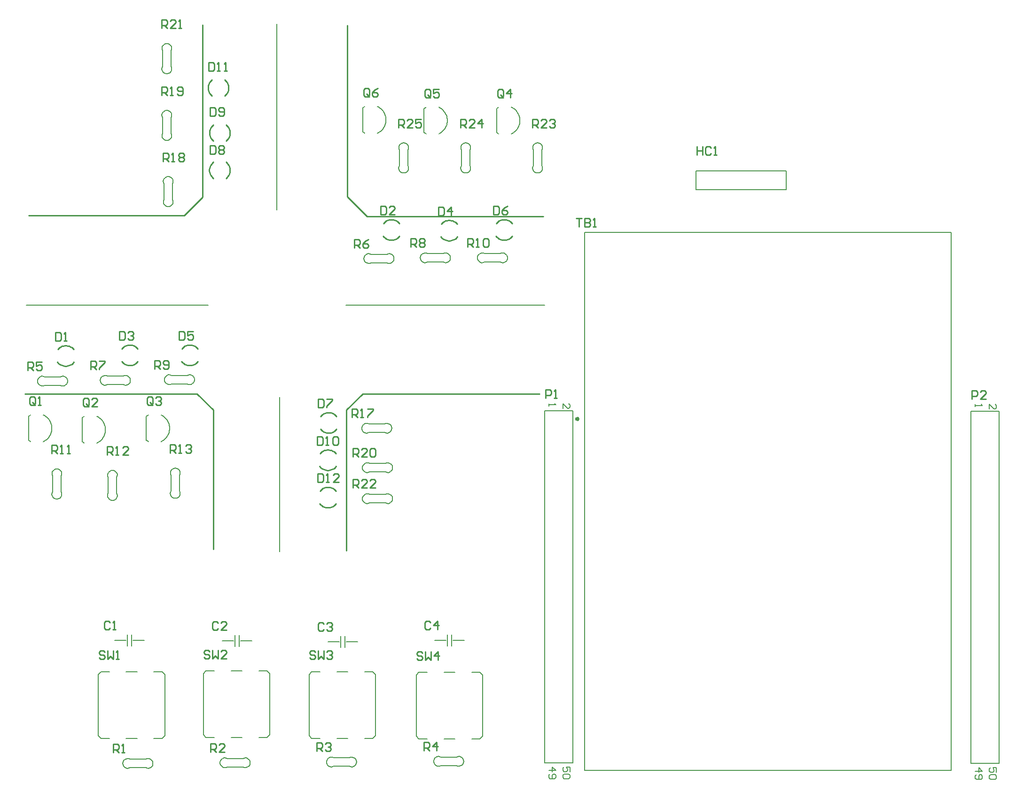
<source format=gto>
G04 Layer_Color=65535*
%FSLAX44Y44*%
%MOMM*%
G71*
G01*
G75*
%ADD24C,0.2032*%
%ADD25C,0.2540*%
%ADD26C,0.4000*%
%ADD27C,0.2000*%
%ADD28C,0.1270*%
D24*
X594360Y30480D02*
X596786Y29552D01*
X599377Y29377D01*
X601906Y29970D01*
X604149Y31279D01*
X605910Y33189D01*
X607032Y35531D01*
X607417Y38100D01*
X607032Y40669D01*
X605910Y43011D01*
X604149Y44921D01*
X601906Y46230D01*
X599377Y46823D01*
X596786Y46648D01*
X594360Y45720D01*
X566420D02*
X564142Y46651D01*
X561696Y46917D01*
X559272Y46497D01*
X557057Y45424D01*
X555226Y43781D01*
X553919Y41695D01*
X553240Y39330D01*
Y36870D01*
X553919Y34505D01*
X555226Y32419D01*
X557057Y30776D01*
X559272Y29703D01*
X561696Y29283D01*
X564142Y29549D01*
X566420Y30480D01*
X787400Y31750D02*
X789826Y30822D01*
X792417Y30647D01*
X794946Y31240D01*
X797189Y32549D01*
X798950Y34459D01*
X800072Y36801D01*
X800458Y39370D01*
X800072Y41939D01*
X798950Y44281D01*
X797189Y46191D01*
X794946Y47500D01*
X792417Y48093D01*
X789826Y47918D01*
X787400Y46990D01*
X759460D02*
X757182Y47921D01*
X754736Y48187D01*
X752311Y47767D01*
X750097Y46694D01*
X748266Y45051D01*
X746959Y42965D01*
X746280Y40600D01*
Y38140D01*
X746959Y35775D01*
X748266Y33689D01*
X750097Y32046D01*
X752311Y30973D01*
X754736Y30553D01*
X757182Y30819D01*
X759460Y31750D01*
X199390Y43180D02*
X196964Y44108D01*
X194373Y44283D01*
X191844Y43690D01*
X189601Y42381D01*
X187840Y40471D01*
X186718Y38129D01*
X186332Y35560D01*
X186718Y32991D01*
X187840Y30649D01*
X189601Y28739D01*
X191844Y27430D01*
X194373Y26837D01*
X196964Y27012D01*
X199390Y27940D01*
X227330D02*
X229608Y27009D01*
X232054Y26743D01*
X234478Y27163D01*
X236693Y28236D01*
X238524Y29879D01*
X239831Y31965D01*
X240511Y34330D01*
Y36790D01*
X239831Y39155D01*
X238524Y41241D01*
X236693Y42884D01*
X234478Y43957D01*
X232054Y44377D01*
X229608Y44111D01*
X227330Y43180D01*
X402590Y29210D02*
X405016Y28282D01*
X407607Y28107D01*
X410136Y28700D01*
X412379Y30009D01*
X414140Y31919D01*
X415262Y34261D01*
X415648Y36830D01*
X415262Y39399D01*
X414140Y41741D01*
X412379Y43651D01*
X410136Y44960D01*
X407607Y45553D01*
X405016Y45378D01*
X402590Y44450D01*
X374650D02*
X372372Y45381D01*
X369926Y45647D01*
X367501Y45227D01*
X365287Y44154D01*
X363456Y42511D01*
X362149Y40425D01*
X361469Y38060D01*
Y35600D01*
X362149Y33235D01*
X363456Y31149D01*
X365287Y29506D01*
X367501Y28433D01*
X369926Y28013D01*
X372372Y28279D01*
X374650Y29210D01*
X886436Y1170990D02*
X888647Y1172168D01*
X890737Y1173547D01*
X892689Y1175117D01*
X894484Y1176864D01*
X896108Y1178771D01*
X897545Y1180822D01*
X898783Y1182999D01*
X899812Y1185283D01*
X900621Y1187653D01*
X901205Y1190088D01*
X901557Y1192568D01*
X901675Y1195070D01*
X901557Y1197572D01*
X901205Y1200051D01*
X900621Y1202487D01*
X899812Y1204857D01*
X898783Y1207141D01*
X897545Y1209318D01*
X896108Y1211369D01*
X894484Y1213276D01*
X892689Y1215023D01*
X890737Y1216593D01*
X888647Y1217972D01*
X886436Y1219150D01*
X859665Y1173302D02*
X861594Y1172061D01*
X863624Y1170990D01*
Y1219150D02*
X861594Y1218079D01*
X859665Y1216838D01*
X755626Y1170990D02*
X757837Y1172168D01*
X759927Y1173547D01*
X761879Y1175117D01*
X763674Y1176864D01*
X765298Y1178771D01*
X766735Y1180822D01*
X767973Y1182999D01*
X769002Y1185283D01*
X769811Y1187653D01*
X770395Y1190088D01*
X770747Y1192568D01*
X770865Y1195070D01*
X770747Y1197572D01*
X770395Y1200051D01*
X769811Y1202487D01*
X769002Y1204857D01*
X767973Y1207141D01*
X766735Y1209318D01*
X765298Y1211369D01*
X763674Y1213276D01*
X761879Y1215023D01*
X759927Y1216593D01*
X757837Y1217972D01*
X755626Y1219150D01*
X728855Y1173302D02*
X730784Y1172061D01*
X732814Y1170990D01*
Y1219150D02*
X730784Y1218079D01*
X728855Y1216838D01*
X645136Y1172260D02*
X647347Y1173438D01*
X649437Y1174817D01*
X651389Y1176387D01*
X653184Y1178134D01*
X654808Y1180041D01*
X656245Y1182092D01*
X657483Y1184269D01*
X658512Y1186553D01*
X659321Y1188923D01*
X659905Y1191358D01*
X660257Y1193838D01*
X660375Y1196340D01*
X660257Y1198842D01*
X659905Y1201321D01*
X659321Y1203757D01*
X658512Y1206127D01*
X657483Y1208411D01*
X656245Y1210588D01*
X654808Y1212639D01*
X653184Y1214546D01*
X651389Y1216293D01*
X649437Y1217863D01*
X647347Y1219242D01*
X645136Y1220420D01*
X618364Y1174572D02*
X620294Y1173331D01*
X622324Y1172260D01*
Y1220420D02*
X620294Y1219349D01*
X618364Y1218108D01*
X941070Y1141730D02*
X941998Y1144156D01*
X942173Y1146747D01*
X941580Y1149276D01*
X940271Y1151519D01*
X938361Y1153280D01*
X936019Y1154402D01*
X933450Y1154788D01*
X930881Y1154402D01*
X928539Y1153280D01*
X926629Y1151519D01*
X925320Y1149276D01*
X924727Y1146747D01*
X924902Y1144156D01*
X925830Y1141730D01*
Y1113790D02*
X924899Y1111512D01*
X924633Y1109066D01*
X925053Y1106641D01*
X926126Y1104427D01*
X927769Y1102596D01*
X929855Y1101289D01*
X932220Y1100610D01*
X934680D01*
X937045Y1101289D01*
X939131Y1102596D01*
X940774Y1104427D01*
X941847Y1106641D01*
X942267Y1109066D01*
X942001Y1111512D01*
X941070Y1113790D01*
X811530Y1141730D02*
X812458Y1144156D01*
X812633Y1146747D01*
X812040Y1149276D01*
X810731Y1151519D01*
X808821Y1153280D01*
X806479Y1154402D01*
X803910Y1154788D01*
X801341Y1154402D01*
X798999Y1153280D01*
X797089Y1151519D01*
X795780Y1149276D01*
X795187Y1146747D01*
X795362Y1144156D01*
X796290Y1141730D01*
Y1113790D02*
X795359Y1111512D01*
X795093Y1109066D01*
X795513Y1106641D01*
X796586Y1104427D01*
X798229Y1102596D01*
X800315Y1101289D01*
X802680Y1100610D01*
X805140D01*
X807505Y1101289D01*
X809591Y1102596D01*
X811234Y1104427D01*
X812307Y1106641D01*
X812727Y1109066D01*
X812461Y1111512D01*
X811530Y1113790D01*
X699770Y1141730D02*
X700698Y1144156D01*
X700873Y1146747D01*
X700280Y1149276D01*
X698971Y1151519D01*
X697061Y1153280D01*
X694719Y1154402D01*
X692150Y1154788D01*
X689581Y1154402D01*
X687239Y1153280D01*
X685329Y1151519D01*
X684020Y1149276D01*
X683427Y1146747D01*
X683602Y1144156D01*
X684530Y1141730D01*
Y1113790D02*
X683599Y1111512D01*
X683333Y1109066D01*
X683753Y1106641D01*
X684826Y1104427D01*
X686469Y1102596D01*
X688555Y1101289D01*
X690920Y1100610D01*
X693380D01*
X695745Y1101289D01*
X697831Y1102596D01*
X699474Y1104427D01*
X700547Y1106641D01*
X700967Y1109066D01*
X700701Y1111512D01*
X699770Y1113790D01*
X657860Y632460D02*
X660286Y631532D01*
X662877Y631357D01*
X665406Y631950D01*
X667649Y633259D01*
X669410Y635169D01*
X670532Y637511D01*
X670918Y640080D01*
X670532Y642649D01*
X669410Y644991D01*
X667649Y646901D01*
X665406Y648210D01*
X662877Y648803D01*
X660286Y648628D01*
X657860Y647700D01*
X629920D02*
X627642Y648631D01*
X625196Y648897D01*
X622771Y648477D01*
X620557Y647404D01*
X618726Y645761D01*
X617419Y643675D01*
X616740Y641310D01*
Y638850D01*
X617419Y636485D01*
X618726Y634399D01*
X620557Y632756D01*
X622771Y631683D01*
X625196Y631263D01*
X627642Y631529D01*
X629920Y632460D01*
X260350Y1052830D02*
X259422Y1050404D01*
X259247Y1047813D01*
X259840Y1045284D01*
X261149Y1043041D01*
X263059Y1041280D01*
X265401Y1040158D01*
X267970Y1039772D01*
X270539Y1040158D01*
X272881Y1041280D01*
X274791Y1043041D01*
X276100Y1045284D01*
X276693Y1047813D01*
X276518Y1050404D01*
X275590Y1052830D01*
Y1080770D02*
X276521Y1083048D01*
X276787Y1085494D01*
X276367Y1087918D01*
X275294Y1090133D01*
X273651Y1091964D01*
X271565Y1093271D01*
X269200Y1093951D01*
X266740Y1093951D01*
X264375Y1093271D01*
X262290Y1091964D01*
X260646Y1090133D01*
X259573Y1087918D01*
X259153Y1085494D01*
X259419Y1083048D01*
X260350Y1080770D01*
X257810Y1172210D02*
X256882Y1169784D01*
X256707Y1167193D01*
X257300Y1164664D01*
X258609Y1162421D01*
X260519Y1160660D01*
X262861Y1159538D01*
X265430Y1159153D01*
X267999Y1159538D01*
X270341Y1160660D01*
X272251Y1162421D01*
X273560Y1164664D01*
X274153Y1167193D01*
X273978Y1169784D01*
X273050Y1172210D01*
Y1200150D02*
X273981Y1202428D01*
X274247Y1204874D01*
X273827Y1207299D01*
X272754Y1209513D01*
X271111Y1211344D01*
X269025Y1212651D01*
X266660Y1213331D01*
X264200Y1213331D01*
X261835Y1212651D01*
X259750Y1211344D01*
X258106Y1209513D01*
X257033Y1207299D01*
X256613Y1204874D01*
X256879Y1202428D01*
X257810Y1200150D01*
X659130Y561340D02*
X661556Y560412D01*
X664147Y560237D01*
X666676Y560830D01*
X668919Y562139D01*
X670680Y564049D01*
X671802Y566391D01*
X672188Y568960D01*
X671802Y571529D01*
X670680Y573871D01*
X668919Y575781D01*
X666676Y577090D01*
X664147Y577683D01*
X661556Y577508D01*
X659130Y576580D01*
X631190D02*
X628912Y577511D01*
X626466Y577777D01*
X624041Y577357D01*
X621827Y576284D01*
X619996Y574641D01*
X618689Y572555D01*
X618009Y570190D01*
Y567730D01*
X618689Y565365D01*
X619996Y563279D01*
X621827Y561636D01*
X624041Y560563D01*
X626466Y560143D01*
X628912Y560409D01*
X631190Y561340D01*
X273050Y1320800D02*
X273978Y1323226D01*
X274153Y1325817D01*
X273560Y1328346D01*
X272251Y1330589D01*
X270341Y1332350D01*
X267999Y1333472D01*
X265430Y1333858D01*
X262861Y1333472D01*
X260519Y1332350D01*
X258609Y1330589D01*
X257300Y1328346D01*
X256707Y1325817D01*
X256882Y1323226D01*
X257810Y1320800D01*
Y1292860D02*
X256879Y1290582D01*
X256613Y1288136D01*
X257033Y1285712D01*
X258106Y1283497D01*
X259749Y1281666D01*
X261835Y1280359D01*
X264200Y1279679D01*
X266660D01*
X269025Y1280359D01*
X271111Y1281666D01*
X272754Y1283497D01*
X273827Y1285712D01*
X274247Y1288136D01*
X273981Y1290582D01*
X273050Y1292860D01*
X659130Y505460D02*
X661556Y504532D01*
X664147Y504357D01*
X666676Y504950D01*
X668919Y506259D01*
X670680Y508169D01*
X671802Y510511D01*
X672188Y513080D01*
X671802Y515649D01*
X670680Y517991D01*
X668919Y519901D01*
X666676Y521210D01*
X664147Y521803D01*
X661556Y521628D01*
X659130Y520700D01*
X631190D02*
X628912Y521631D01*
X626466Y521897D01*
X624041Y521477D01*
X621827Y520404D01*
X619996Y518761D01*
X618689Y516675D01*
X618009Y514310D01*
Y511850D01*
X618689Y509485D01*
X619996Y507399D01*
X621827Y505756D01*
X624041Y504683D01*
X626466Y504263D01*
X628912Y504529D01*
X631190Y505460D01*
X43156Y616000D02*
X45367Y617178D01*
X47457Y618557D01*
X49409Y620127D01*
X51204Y621874D01*
X52828Y623781D01*
X54265Y625832D01*
X55503Y628009D01*
X56532Y630293D01*
X57341Y632663D01*
X57925Y635098D01*
X58277Y637578D01*
X58395Y640080D01*
X58277Y642582D01*
X57925Y645061D01*
X57341Y647497D01*
X56532Y649867D01*
X55503Y652151D01*
X54265Y654328D01*
X52828Y656379D01*
X51204Y658286D01*
X49409Y660033D01*
X47457Y661603D01*
X45367Y662982D01*
X43156Y664160D01*
X16385Y618312D02*
X18314Y617071D01*
X20344Y616000D01*
Y664160D02*
X18314Y663089D01*
X16385Y661848D01*
X139676Y613460D02*
X141887Y614638D01*
X143977Y616017D01*
X145929Y617587D01*
X147724Y619334D01*
X149348Y621241D01*
X150785Y623292D01*
X152023Y625469D01*
X153052Y627752D01*
X153861Y630123D01*
X154445Y632558D01*
X154797Y635038D01*
X154915Y637540D01*
X154797Y640042D01*
X154445Y642522D01*
X153861Y644957D01*
X153052Y647327D01*
X152023Y649611D01*
X150785Y651788D01*
X149348Y653839D01*
X147724Y655746D01*
X145929Y657493D01*
X143977Y659063D01*
X141887Y660442D01*
X139676Y661620D01*
X112905Y615772D02*
X114834Y614531D01*
X116864Y613460D01*
Y661620D02*
X114834Y660549D01*
X112905Y659308D01*
X255246Y616000D02*
X257457Y617178D01*
X259547Y618557D01*
X261499Y620127D01*
X263294Y621874D01*
X264918Y623781D01*
X266355Y625832D01*
X267593Y628009D01*
X268622Y630293D01*
X269431Y632663D01*
X270015Y635098D01*
X270367Y637578D01*
X270485Y640080D01*
X270367Y642582D01*
X270015Y645061D01*
X269431Y647497D01*
X268622Y649867D01*
X267593Y652151D01*
X266355Y654328D01*
X264918Y656379D01*
X263294Y658286D01*
X261499Y660033D01*
X259547Y661603D01*
X257457Y662982D01*
X255246Y664160D01*
X228475Y618312D02*
X230404Y617071D01*
X232434Y616000D01*
Y664160D02*
X230404Y663089D01*
X228475Y661848D01*
X74930Y553720D02*
X75858Y556146D01*
X76033Y558737D01*
X75440Y561266D01*
X74131Y563509D01*
X72221Y565270D01*
X69879Y566392D01*
X67310Y566777D01*
X64741Y566392D01*
X62399Y565270D01*
X60489Y563509D01*
X59180Y561266D01*
X58587Y558737D01*
X58762Y556146D01*
X59690Y553720D01*
Y525780D02*
X58759Y523502D01*
X58493Y521056D01*
X58913Y518632D01*
X59986Y516417D01*
X61629Y514586D01*
X63715Y513279D01*
X66080Y512599D01*
X68540D01*
X70905Y513279D01*
X72991Y514586D01*
X74634Y516417D01*
X75707Y518632D01*
X76127Y521056D01*
X75861Y523502D01*
X74930Y525780D01*
X175260Y551180D02*
X176188Y553606D01*
X176363Y556197D01*
X175770Y558726D01*
X174461Y560969D01*
X172551Y562730D01*
X170209Y563852D01*
X167640Y564238D01*
X165071Y563852D01*
X162729Y562730D01*
X160819Y560969D01*
X159510Y558726D01*
X158917Y556197D01*
X159092Y553606D01*
X160020Y551180D01*
Y523240D02*
X159089Y520962D01*
X158823Y518516D01*
X159243Y516091D01*
X160316Y513877D01*
X161959Y512046D01*
X164045Y510739D01*
X166410Y510060D01*
X168870D01*
X171235Y510739D01*
X173321Y512046D01*
X174964Y513877D01*
X176037Y516091D01*
X176457Y518516D01*
X176191Y520962D01*
X175260Y523240D01*
X288290Y554990D02*
X289218Y557416D01*
X289393Y560007D01*
X288800Y562536D01*
X287491Y564779D01*
X285581Y566540D01*
X283239Y567662D01*
X280670Y568047D01*
X278101Y567662D01*
X275759Y566540D01*
X273849Y564779D01*
X272540Y562536D01*
X271947Y560007D01*
X272122Y557416D01*
X273050Y554990D01*
Y527050D02*
X272119Y524772D01*
X271853Y522326D01*
X272273Y519902D01*
X273346Y517687D01*
X274989Y515856D01*
X277075Y514549D01*
X279440Y513870D01*
X281900D01*
X284265Y514549D01*
X286351Y515856D01*
X287994Y517687D01*
X289067Y519902D01*
X289487Y522326D01*
X289221Y524772D01*
X288290Y527050D01*
X45720Y732790D02*
X43294Y733718D01*
X40703Y733893D01*
X38174Y733300D01*
X35931Y731991D01*
X34170Y730081D01*
X33048Y727739D01*
X32662Y725170D01*
X33048Y722601D01*
X34170Y720259D01*
X35931Y718349D01*
X38174Y717040D01*
X40703Y716447D01*
X43294Y716622D01*
X45720Y717550D01*
X73660D02*
X75938Y716619D01*
X78384Y716353D01*
X80808Y716773D01*
X83023Y717846D01*
X84854Y719489D01*
X86161Y721575D01*
X86840Y723940D01*
Y726400D01*
X86161Y728765D01*
X84854Y730851D01*
X83023Y732494D01*
X80808Y733567D01*
X78384Y733987D01*
X75938Y733721D01*
X73660Y732790D01*
X633730Y953770D02*
X631304Y954698D01*
X628713Y954873D01*
X626184Y954280D01*
X623941Y952971D01*
X622180Y951061D01*
X621058Y948719D01*
X620672Y946150D01*
X621058Y943581D01*
X622180Y941239D01*
X623941Y939329D01*
X626184Y938020D01*
X628713Y937427D01*
X631304Y937602D01*
X633730Y938530D01*
X661670D02*
X663948Y937599D01*
X666394Y937333D01*
X668819Y937753D01*
X671033Y938826D01*
X672864Y940469D01*
X674171Y942555D01*
X674850Y944920D01*
Y947380D01*
X674171Y949745D01*
X672864Y951831D01*
X671033Y953474D01*
X668819Y954547D01*
X666394Y954967D01*
X663948Y954701D01*
X661670Y953770D01*
X158750Y734060D02*
X156324Y734988D01*
X153733Y735163D01*
X151204Y734570D01*
X148961Y733261D01*
X147200Y731351D01*
X146078Y729009D01*
X145693Y726440D01*
X146078Y723871D01*
X147200Y721529D01*
X148961Y719619D01*
X151204Y718310D01*
X153733Y717717D01*
X156324Y717892D01*
X158750Y718820D01*
X186690D02*
X188968Y717889D01*
X191414Y717623D01*
X193839Y718043D01*
X196053Y719116D01*
X197884Y720759D01*
X199191Y722845D01*
X199870Y725210D01*
Y727670D01*
X199191Y730035D01*
X197884Y732121D01*
X196053Y733764D01*
X193839Y734837D01*
X191414Y735257D01*
X188968Y734991D01*
X186690Y734060D01*
X735332Y955040D02*
X732907Y955968D01*
X730315Y956143D01*
X727786Y955550D01*
X725543Y954241D01*
X723783Y952331D01*
X722661Y949989D01*
X722275Y947420D01*
X722661Y944851D01*
X723783Y942509D01*
X725543Y940599D01*
X727786Y939290D01*
X730315Y938697D01*
X732907Y938872D01*
X735332Y939800D01*
X763272D02*
X765550Y938869D01*
X767997Y938603D01*
X770421Y939023D01*
X772635Y940096D01*
X774467Y941739D01*
X775773Y943825D01*
X776453Y946190D01*
Y948650D01*
X775773Y951015D01*
X774467Y953101D01*
X772635Y954744D01*
X770421Y955817D01*
X767997Y956237D01*
X765550Y955971D01*
X763273Y955040D01*
X274320Y735330D02*
X271894Y736258D01*
X269303Y736433D01*
X266774Y735840D01*
X264531Y734531D01*
X262770Y732621D01*
X261648Y730279D01*
X261262Y727710D01*
X261648Y725141D01*
X262770Y722799D01*
X264531Y720889D01*
X266774Y719580D01*
X269303Y718987D01*
X271894Y719162D01*
X274320Y720090D01*
X302260D02*
X304538Y719159D01*
X306984Y718893D01*
X309408Y719313D01*
X311623Y720386D01*
X313454Y722029D01*
X314761Y724115D01*
X315441Y726480D01*
Y728940D01*
X314761Y731305D01*
X313454Y733391D01*
X311623Y735034D01*
X309408Y736107D01*
X306984Y736527D01*
X304538Y736261D01*
X302260Y735330D01*
X838200Y955040D02*
X835774Y955968D01*
X833183Y956143D01*
X830654Y955550D01*
X828411Y954241D01*
X826650Y952331D01*
X825528Y949989D01*
X825143Y947420D01*
X825528Y944851D01*
X826650Y942509D01*
X828411Y940599D01*
X830654Y939290D01*
X833183Y938697D01*
X835774Y938872D01*
X838200Y939800D01*
X866140D02*
X868418Y938869D01*
X870864Y938603D01*
X873288Y939023D01*
X875503Y940096D01*
X877334Y941739D01*
X878641Y943825D01*
X879321Y946190D01*
Y948650D01*
X878641Y951015D01*
X877334Y953101D01*
X875503Y954744D01*
X873288Y955817D01*
X870864Y956237D01*
X868418Y955971D01*
X866140Y955040D01*
X589280Y255270D02*
X609600D01*
X556260D02*
X576580D01*
X586740Y245110D02*
Y265430D01*
X579120Y245110D02*
Y265430D01*
X781050Y257810D02*
X801370D01*
X748030D02*
X768350D01*
X778510Y247650D02*
Y267970D01*
X770890Y247650D02*
Y267970D01*
X526660Y200970D02*
X541660D01*
X521660Y195970D02*
X526660Y200970D01*
X521660Y85970D02*
Y195970D01*
X526660Y80970D02*
X541660D01*
X521660Y85970D02*
X526660Y80970D01*
X641660Y85970D02*
Y195970D01*
X636660Y80970D02*
X641660Y85970D01*
X621660Y80970D02*
X636660D01*
X621660Y200970D02*
X636660D01*
X641660Y195970D01*
X571660Y80970D02*
X591660D01*
X571660Y200970D02*
X591660D01*
X719700Y199700D02*
X734700D01*
X714700Y194700D02*
X719700Y199700D01*
X714700Y84700D02*
Y194700D01*
X719700Y79700D02*
X734700D01*
X714700Y84700D02*
X719700Y79700D01*
X834700Y84700D02*
Y194700D01*
X829700Y79700D02*
X834700Y84700D01*
X814700Y79700D02*
X829700D01*
X814700Y199700D02*
X829700D01*
X834700Y194700D01*
X764700Y79700D02*
X784700D01*
X764700Y199700D02*
X784700D01*
X566420Y45720D02*
X594360D01*
X566420Y30480D02*
X594360D01*
X759460Y46990D02*
X787400D01*
X759460Y31750D02*
X787400D01*
X204470Y257810D02*
X224790D01*
X171450D02*
X191770D01*
X201930Y247650D02*
Y267970D01*
X194310Y247650D02*
Y267970D01*
X398780Y256540D02*
X419100D01*
X365760D02*
X386080D01*
X396240Y246380D02*
Y266700D01*
X388620Y246380D02*
Y266700D01*
X146930Y200970D02*
X161930D01*
X141930Y195970D02*
X146930Y200970D01*
X141930Y85970D02*
Y195970D01*
X146930Y80970D02*
X161930D01*
X141930Y85970D02*
X146930Y80970D01*
X261930Y85970D02*
Y195970D01*
X256930Y80970D02*
X261930Y85970D01*
X241930Y80970D02*
X256930D01*
X241930Y200970D02*
X256930D01*
X261930Y195970D01*
X191930Y80970D02*
X211930D01*
X191930Y200970D02*
X211930D01*
X336160Y202240D02*
X351160D01*
X331160Y197240D02*
X336160Y202240D01*
X331160Y87240D02*
Y197240D01*
X336160Y82240D02*
X351160D01*
X331160Y87240D02*
X336160Y82240D01*
X451160Y87240D02*
Y197240D01*
X446160Y82240D02*
X451160Y87240D01*
X431160Y82240D02*
X446160D01*
X431160Y202240D02*
X446160D01*
X451160Y197240D01*
X381160Y82240D02*
X401160D01*
X381160Y202240D02*
X401160D01*
X199390Y27940D02*
X227330D01*
X199390Y43180D02*
X227330D01*
X374650Y44450D02*
X402590D01*
X374650Y29210D02*
X402590D01*
X859665Y1173302D02*
Y1216838D01*
X728855Y1173302D02*
Y1216838D01*
X618364Y1174572D02*
Y1218108D01*
X925830Y1113790D02*
Y1141730D01*
X941070Y1113790D02*
Y1141730D01*
X796290Y1113790D02*
Y1141730D01*
X811530Y1113790D02*
Y1141730D01*
X684530Y1113790D02*
Y1141730D01*
X699770Y1113790D02*
Y1141730D01*
X629920Y647700D02*
X657860D01*
X629920Y632460D02*
X657860D01*
X275590Y1052830D02*
Y1080770D01*
X260350Y1052830D02*
Y1080770D01*
X273050Y1172210D02*
Y1200150D01*
X257810Y1172210D02*
Y1200150D01*
X631190Y576580D02*
X659130D01*
X631190Y561340D02*
X659130D01*
X257810Y1292860D02*
Y1320800D01*
X273050Y1292860D02*
Y1320800D01*
X631190Y520700D02*
X659130D01*
X631190Y505460D02*
X659130D01*
X16385Y618312D02*
Y661848D01*
X112905Y615772D02*
Y659308D01*
X228475Y618312D02*
Y661848D01*
X59690Y525780D02*
Y553720D01*
X74930Y525780D02*
Y553720D01*
X160020Y523240D02*
Y551180D01*
X175260Y523240D02*
Y551180D01*
X273050Y527050D02*
Y554990D01*
X288290Y527050D02*
Y554990D01*
X45720Y717550D02*
X73660D01*
X45720Y732790D02*
X73660D01*
X633730Y938530D02*
X661670D01*
X633730Y953770D02*
X661670D01*
X158750Y718820D02*
X186690D01*
X158750Y734060D02*
X186690D01*
X735332Y939800D02*
X763272D01*
X735332Y955040D02*
X763272D01*
X274320Y720090D02*
X302260D01*
X274320Y735330D02*
X302260D01*
X838200Y939800D02*
X866140D01*
X838200Y955040D02*
X866140D01*
X1760216Y19476D02*
Y27940D01*
X1753868D01*
X1755984Y23708D01*
Y21592D01*
X1753868Y19476D01*
X1749636D01*
X1747520Y21592D01*
Y25824D01*
X1749636Y27940D01*
X1758100Y15244D02*
X1760216Y13128D01*
Y8896D01*
X1758100Y6780D01*
X1749636D01*
X1747520Y8896D01*
Y13128D01*
X1749636Y15244D01*
X1758100D01*
X1722120Y21592D02*
X1734816D01*
X1728468Y27940D01*
Y19476D01*
X1724236Y15244D02*
X1722120Y13128D01*
Y8896D01*
X1724236Y6780D01*
X1732700D01*
X1734816Y8896D01*
Y13128D01*
X1732700Y15244D01*
X1730584D01*
X1728468Y13128D01*
Y6780D01*
X1722120Y683260D02*
Y679028D01*
Y681144D01*
X1734816D01*
X1732700Y683260D01*
X1747520Y674796D02*
Y683260D01*
X1755984Y674796D01*
X1758100D01*
X1760216Y676912D01*
Y681144D01*
X1758100Y683260D01*
X991866Y20746D02*
Y29210D01*
X985518D01*
X987634Y24978D01*
Y22862D01*
X985518Y20746D01*
X981286D01*
X979170Y22862D01*
Y27094D01*
X981286Y29210D01*
X989750Y16514D02*
X991866Y14398D01*
Y10166D01*
X989750Y8050D01*
X981286D01*
X979170Y10166D01*
Y14398D01*
X981286Y16514D01*
X989750D01*
X953770Y22862D02*
X966466D01*
X960118Y29210D01*
Y20746D01*
X955886Y16514D02*
X953770Y14398D01*
Y10166D01*
X955886Y8050D01*
X964350D01*
X966466Y10166D01*
Y14398D01*
X964350Y16514D01*
X962234D01*
X960118Y14398D01*
Y8050D01*
X953770Y684530D02*
Y680298D01*
Y682414D01*
X966466D01*
X964350Y684530D01*
X979170Y676066D02*
Y684530D01*
X987634Y676066D01*
X989750D01*
X991866Y678182D01*
Y682414D01*
X989750Y684530D01*
D25*
X542284Y638805D02*
X544010Y636869D01*
X545990Y635194D01*
X548185Y633812D01*
X550552Y632750D01*
X553043Y632029D01*
X555611Y631664D01*
X558205Y631661D01*
X560774Y632020D01*
X563267Y632735D01*
X565636Y633792D01*
X567834Y635169D01*
X569818Y636840D01*
X571549Y638772D01*
X571501Y661549D02*
X569776Y663460D01*
X567802Y665114D01*
X565618Y666477D01*
X563266Y667525D01*
X560792Y668236D01*
X558243Y668596D01*
X555668Y668600D01*
X553118Y668247D01*
X550642Y667543D01*
X548287Y666502D01*
X546099Y665145D01*
X544120Y663497D01*
X542390Y661591D01*
X349245Y1120146D02*
X347309Y1118420D01*
X345634Y1116440D01*
X344252Y1114245D01*
X343190Y1111878D01*
X342469Y1109387D01*
X342104Y1106819D01*
X342101Y1104225D01*
X342460Y1101656D01*
X343176Y1099163D01*
X344232Y1096794D01*
X345609Y1094596D01*
X347280Y1092612D01*
X349212Y1090881D01*
X371989Y1090929D02*
X373900Y1092654D01*
X375554Y1094628D01*
X376917Y1096812D01*
X377965Y1099164D01*
X378676Y1101638D01*
X379036Y1104187D01*
X379040Y1106762D01*
X378687Y1109312D01*
X377983Y1111788D01*
X376942Y1114143D01*
X375585Y1116331D01*
X373937Y1118309D01*
X372031Y1120040D01*
X372115Y1158233D02*
X374051Y1159960D01*
X375726Y1161940D01*
X377108Y1164135D01*
X378170Y1166502D01*
X378891Y1168993D01*
X379256Y1171561D01*
X379259Y1174155D01*
X378900Y1176724D01*
X378185Y1179217D01*
X377128Y1181586D01*
X375751Y1183784D01*
X374080Y1185768D01*
X372148Y1187499D01*
X349371Y1187451D02*
X347460Y1185726D01*
X345806Y1183752D01*
X344443Y1181568D01*
X343395Y1179216D01*
X342684Y1176742D01*
X342323Y1174193D01*
X342320Y1171618D01*
X342673Y1169068D01*
X343377Y1166591D01*
X344418Y1164237D01*
X345775Y1162049D01*
X347423Y1160071D01*
X349329Y1158340D01*
X541013Y571495D02*
X542740Y569559D01*
X544720Y567884D01*
X546915Y566502D01*
X549282Y565440D01*
X551773Y564719D01*
X554341Y564354D01*
X556935Y564351D01*
X559504Y564710D01*
X561997Y565425D01*
X564366Y566482D01*
X566564Y567859D01*
X568548Y569530D01*
X570279Y571462D01*
X570231Y594239D02*
X568506Y596150D01*
X566532Y597804D01*
X564348Y599167D01*
X561996Y600215D01*
X559522Y600926D01*
X556973Y601287D01*
X554398Y601290D01*
X551848Y600937D01*
X549371Y600233D01*
X547017Y599192D01*
X544829Y597835D01*
X542850Y596187D01*
X541120Y594281D01*
X369575Y1239513D02*
X371511Y1241240D01*
X373186Y1243220D01*
X374568Y1245415D01*
X375630Y1247782D01*
X376351Y1250273D01*
X376716Y1252841D01*
X376719Y1255435D01*
X376360Y1258004D01*
X375644Y1260497D01*
X374588Y1262866D01*
X373211Y1265064D01*
X371540Y1267048D01*
X369608Y1268779D01*
X346831Y1268731D02*
X344920Y1267006D01*
X343266Y1265032D01*
X341903Y1262848D01*
X340855Y1260496D01*
X340144Y1258022D01*
X339784Y1255473D01*
X339780Y1252898D01*
X340133Y1250348D01*
X340837Y1247871D01*
X341878Y1245517D01*
X343235Y1243329D01*
X344883Y1241351D01*
X346789Y1239620D01*
X68573Y759455D02*
X70300Y757519D01*
X72280Y755844D01*
X74475Y754462D01*
X76842Y753400D01*
X79333Y752679D01*
X81901Y752314D01*
X84495Y752311D01*
X87064Y752670D01*
X89557Y753385D01*
X91926Y754442D01*
X94124Y755819D01*
X96108Y757490D01*
X97839Y759422D01*
X97791Y782199D02*
X96066Y784110D01*
X94092Y785764D01*
X91908Y787127D01*
X89556Y788175D01*
X87082Y788886D01*
X84533Y789247D01*
X81958Y789250D01*
X79408Y788897D01*
X76932Y788193D01*
X74577Y787152D01*
X72389Y785795D01*
X70410Y784147D01*
X68680Y782241D01*
X655313Y986785D02*
X657040Y984849D01*
X659020Y983174D01*
X661215Y981792D01*
X663582Y980730D01*
X666073Y980009D01*
X668641Y979644D01*
X671235Y979641D01*
X673804Y980000D01*
X676297Y980715D01*
X678666Y981772D01*
X680864Y983149D01*
X682848Y984820D01*
X684579Y986752D01*
X684531Y1009529D02*
X682806Y1011440D01*
X680832Y1013094D01*
X678648Y1014457D01*
X676296Y1015505D01*
X673822Y1016216D01*
X671273Y1016577D01*
X668698Y1016580D01*
X666148Y1016227D01*
X663671Y1015523D01*
X661317Y1014482D01*
X659129Y1013125D01*
X657150Y1011477D01*
X655420Y1009571D01*
X184144Y760725D02*
X185870Y758789D01*
X187850Y757114D01*
X190045Y755732D01*
X192412Y754670D01*
X194903Y753949D01*
X197471Y753584D01*
X200065Y753581D01*
X202634Y753940D01*
X205127Y754656D01*
X207496Y755712D01*
X209694Y757089D01*
X211678Y758760D01*
X213409Y760692D01*
X213361Y783469D02*
X211636Y785380D01*
X209662Y787034D01*
X207478Y788397D01*
X205126Y789445D01*
X202652Y790156D01*
X200103Y790517D01*
X197528Y790520D01*
X194978Y790167D01*
X192502Y789463D01*
X190147Y788422D01*
X187959Y787065D01*
X185980Y785417D01*
X184250Y783511D01*
X759454Y985515D02*
X761180Y983579D01*
X763160Y981904D01*
X765355Y980522D01*
X767722Y979460D01*
X770213Y978739D01*
X772781Y978374D01*
X775375Y978371D01*
X777944Y978730D01*
X780437Y979445D01*
X782806Y980502D01*
X785004Y981879D01*
X786988Y983550D01*
X788719Y985482D01*
X788671Y1008259D02*
X786946Y1010170D01*
X784972Y1011824D01*
X782788Y1013187D01*
X780436Y1014235D01*
X777962Y1014946D01*
X775413Y1015306D01*
X772838Y1015310D01*
X770288Y1014957D01*
X767812Y1014253D01*
X765457Y1013212D01*
X763269Y1011855D01*
X761291Y1010207D01*
X759560Y1008301D01*
X292094Y760725D02*
X293820Y758789D01*
X295800Y757114D01*
X297995Y755732D01*
X300362Y754670D01*
X302853Y753949D01*
X305421Y753584D01*
X308015Y753581D01*
X310584Y753940D01*
X313077Y754656D01*
X315446Y755712D01*
X317644Y757089D01*
X319628Y758760D01*
X321359Y760692D01*
X321311Y783469D02*
X319586Y785380D01*
X317612Y787034D01*
X315428Y788397D01*
X313076Y789445D01*
X310602Y790156D01*
X308053Y790517D01*
X305478Y790520D01*
X302928Y790167D01*
X300452Y789463D01*
X298097Y788422D01*
X295909Y787065D01*
X293930Y785417D01*
X292200Y783511D01*
X858513Y986785D02*
X860240Y984849D01*
X862220Y983174D01*
X864415Y981792D01*
X866782Y980730D01*
X869273Y980009D01*
X871841Y979644D01*
X874435Y979641D01*
X877004Y980000D01*
X879497Y980715D01*
X881866Y981772D01*
X884064Y983149D01*
X886048Y984820D01*
X887779Y986752D01*
X887731Y1009529D02*
X886006Y1011440D01*
X884032Y1013094D01*
X881848Y1014457D01*
X879496Y1015505D01*
X877022Y1016216D01*
X874473Y1016577D01*
X871898Y1016580D01*
X869348Y1016227D01*
X866871Y1015523D01*
X864517Y1014482D01*
X862329Y1013125D01*
X860350Y1011477D01*
X858620Y1009571D01*
X541013Y504185D02*
X542740Y502249D01*
X544720Y500574D01*
X546915Y499192D01*
X549282Y498130D01*
X551773Y497409D01*
X554341Y497044D01*
X556935Y497041D01*
X559504Y497400D01*
X561997Y498116D01*
X564366Y499172D01*
X566564Y500549D01*
X568548Y502220D01*
X570279Y504152D01*
X570231Y526929D02*
X568506Y528840D01*
X566532Y530494D01*
X564348Y531857D01*
X561996Y532905D01*
X559522Y533616D01*
X556973Y533977D01*
X554398Y533980D01*
X551848Y533627D01*
X549371Y532923D01*
X547017Y531882D01*
X544829Y530525D01*
X542850Y528877D01*
X541120Y526971D01*
X349250Y421640D02*
Y673100D01*
X320040Y702310D02*
X349250Y673100D01*
X10160Y702310D02*
X320040D01*
X330200Y1056640D02*
Y1367790D01*
X297180Y1023620D02*
X330200Y1056640D01*
X16510Y1023620D02*
X297180D01*
X626110Y1022350D02*
X943610D01*
X590550Y1057910D02*
X626110Y1022350D01*
X590550Y1057910D02*
Y1366520D01*
X618490Y702310D02*
X937260D01*
X589280Y673100D02*
X618490Y702310D01*
X589280Y419100D02*
Y673100D01*
X163319Y290064D02*
X160779Y292603D01*
X155701D01*
X153162Y290064D01*
Y279907D01*
X155701Y277368D01*
X160779D01*
X163319Y279907D01*
X168397Y277368D02*
X173475D01*
X170936D01*
Y292603D01*
X168397Y290064D01*
X357883Y288794D02*
X355344Y291333D01*
X350265D01*
X347726Y288794D01*
Y278637D01*
X350265Y276098D01*
X355344D01*
X357883Y278637D01*
X373118Y276098D02*
X362961D01*
X373118Y286255D01*
Y288794D01*
X370579Y291333D01*
X365500D01*
X362961Y288794D01*
X548383Y287648D02*
X545844Y290187D01*
X540765D01*
X538226Y287648D01*
Y277492D01*
X540765Y274953D01*
X545844D01*
X548383Y277492D01*
X553461Y287648D02*
X556000Y290187D01*
X561079D01*
X563618Y287648D01*
Y285109D01*
X561079Y282570D01*
X558539D01*
X561079D01*
X563618Y280031D01*
Y277492D01*
X561079Y274953D01*
X556000D01*
X553461Y277492D01*
X740153Y290064D02*
X737614Y292603D01*
X732535D01*
X729996Y290064D01*
Y279907D01*
X732535Y277368D01*
X737614D01*
X740153Y279907D01*
X752849Y277368D02*
Y292603D01*
X745231Y284986D01*
X755388D01*
X64516Y813303D02*
Y798068D01*
X72133D01*
X74673Y800607D01*
Y810764D01*
X72133Y813303D01*
X64516D01*
X79751Y798068D02*
X84829D01*
X82290D01*
Y813303D01*
X79751Y810764D01*
X651002Y1040633D02*
Y1025398D01*
X658620D01*
X661159Y1027937D01*
Y1038094D01*
X658620Y1040633D01*
X651002D01*
X676394Y1025398D02*
X666237D01*
X676394Y1035555D01*
Y1038094D01*
X673855Y1040633D01*
X668776D01*
X666237Y1038094D01*
X179959Y814700D02*
Y799465D01*
X187577D01*
X190116Y802004D01*
Y812161D01*
X187577Y814700D01*
X179959D01*
X195194Y812161D02*
X197733Y814700D01*
X202812D01*
X205351Y812161D01*
Y809622D01*
X202812Y807083D01*
X200272D01*
X202812D01*
X205351Y804543D01*
Y802004D01*
X202812Y799465D01*
X197733D01*
X195194Y802004D01*
X755142Y1039363D02*
Y1024128D01*
X762759D01*
X765299Y1026667D01*
Y1036824D01*
X762759Y1039363D01*
X755142D01*
X777995Y1024128D02*
Y1039363D01*
X770377Y1031746D01*
X780534D01*
X287909Y814700D02*
Y799465D01*
X295527D01*
X298066Y802004D01*
Y812161D01*
X295527Y814700D01*
X287909D01*
X313301D02*
X303144D01*
Y807083D01*
X308222Y809622D01*
X310762D01*
X313301Y807083D01*
Y802004D01*
X310762Y799465D01*
X305683D01*
X303144Y802004D01*
X854329Y1040760D02*
Y1025525D01*
X861946D01*
X864486Y1028064D01*
Y1038221D01*
X861946Y1040760D01*
X854329D01*
X879721D02*
X874642Y1038221D01*
X869564Y1033142D01*
Y1028064D01*
X872103Y1025525D01*
X877182D01*
X879721Y1028064D01*
Y1030603D01*
X877182Y1033142D01*
X869564D01*
X538099Y692780D02*
Y677545D01*
X545717D01*
X548256Y680084D01*
Y690241D01*
X545717Y692780D01*
X538099D01*
X553334D02*
X563491D01*
Y690241D01*
X553334Y680084D01*
Y677545D01*
X343408Y1149853D02*
Y1134618D01*
X351026D01*
X353565Y1137157D01*
Y1147314D01*
X351026Y1149853D01*
X343408D01*
X358643Y1147314D02*
X361182Y1149853D01*
X366261D01*
X368800Y1147314D01*
Y1144775D01*
X366261Y1142235D01*
X368800Y1139696D01*
Y1137157D01*
X366261Y1134618D01*
X361182D01*
X358643Y1137157D01*
Y1139696D01*
X361182Y1142235D01*
X358643Y1144775D01*
Y1147314D01*
X361182Y1142235D02*
X366261D01*
X343662Y1218433D02*
Y1203198D01*
X351279D01*
X353819Y1205737D01*
Y1215894D01*
X351279Y1218433D01*
X343662D01*
X358897Y1205737D02*
X361436Y1203198D01*
X366515D01*
X369054Y1205737D01*
Y1215894D01*
X366515Y1218433D01*
X361436D01*
X358897Y1215894D01*
Y1213355D01*
X361436Y1210816D01*
X369054D01*
X536829Y625470D02*
Y610235D01*
X544446D01*
X546986Y612774D01*
Y622931D01*
X544446Y625470D01*
X536829D01*
X552064Y610235D02*
X557142D01*
X554603D01*
Y625470D01*
X552064Y622931D01*
X564760D02*
X567299Y625470D01*
X572378D01*
X574917Y622931D01*
Y612774D01*
X572378Y610235D01*
X567299D01*
X564760Y612774D01*
Y622931D01*
X341122Y1299459D02*
Y1284224D01*
X348740D01*
X351279Y1286763D01*
Y1296920D01*
X348740Y1299459D01*
X341122D01*
X356357Y1284224D02*
X361435D01*
X358896D01*
Y1299459D01*
X356357Y1296920D01*
X369053Y1284224D02*
X374131D01*
X371592D01*
Y1299459D01*
X369053Y1296920D01*
X536956Y558033D02*
Y542798D01*
X544574D01*
X547113Y545337D01*
Y555494D01*
X544574Y558033D01*
X536956D01*
X552191Y542798D02*
X557269D01*
X554730D01*
Y558033D01*
X552191Y555494D01*
X575044Y542798D02*
X564887D01*
X575044Y552955D01*
Y555494D01*
X572505Y558033D01*
X567426D01*
X564887Y555494D01*
X1220470Y1148075D02*
Y1132840D01*
Y1140458D01*
X1230627D01*
Y1148075D01*
Y1132840D01*
X1245862Y1145536D02*
X1243323Y1148075D01*
X1238244D01*
X1235705Y1145536D01*
Y1135379D01*
X1238244Y1132840D01*
X1243323D01*
X1245862Y1135379D01*
X1250940Y1132840D02*
X1256019D01*
X1253479D01*
Y1148075D01*
X1250940Y1145536D01*
X947674Y694182D02*
Y709417D01*
X955292D01*
X957831Y706878D01*
Y701799D01*
X955292Y699260D01*
X947674D01*
X962909Y694182D02*
X967987D01*
X965448D01*
Y709417D01*
X962909Y706878D01*
X1716024Y692912D02*
Y708147D01*
X1723642D01*
X1726181Y705608D01*
Y700529D01*
X1723642Y697990D01*
X1716024D01*
X1741416Y692912D02*
X1731259D01*
X1741416Y703069D01*
Y705608D01*
X1738877Y708147D01*
X1733798D01*
X1731259Y705608D01*
X28191Y684275D02*
Y694432D01*
X25652Y696971D01*
X20573D01*
X18034Y694432D01*
Y684275D01*
X20573Y681736D01*
X25652D01*
X23112Y686814D02*
X28191Y681736D01*
X25652D02*
X28191Y684275D01*
X33269Y681736D02*
X38347D01*
X35808D01*
Y696971D01*
X33269Y694432D01*
X124711Y681735D02*
Y691892D01*
X122171Y694431D01*
X117093D01*
X114554Y691892D01*
Y681735D01*
X117093Y679196D01*
X122171D01*
X119632Y684274D02*
X124711Y679196D01*
X122171D02*
X124711Y681735D01*
X139946Y679196D02*
X129789D01*
X139946Y689353D01*
Y691892D01*
X137407Y694431D01*
X132328D01*
X129789Y691892D01*
X240281Y684275D02*
Y694432D01*
X237742Y696971D01*
X232663D01*
X230124Y694432D01*
Y684275D01*
X232663Y681736D01*
X237742D01*
X235202Y686814D02*
X240281Y681736D01*
X237742D02*
X240281Y684275D01*
X245359Y694432D02*
X247898Y696971D01*
X252977D01*
X255516Y694432D01*
Y691893D01*
X252977Y689353D01*
X250437D01*
X252977D01*
X255516Y686814D01*
Y684275D01*
X252977Y681736D01*
X247898D01*
X245359Y684275D01*
X871471Y1239265D02*
Y1249422D01*
X868932Y1251961D01*
X863853D01*
X861314Y1249422D01*
Y1239265D01*
X863853Y1236726D01*
X868932D01*
X866392Y1241804D02*
X871471Y1236726D01*
X868932D02*
X871471Y1239265D01*
X884167Y1236726D02*
Y1251961D01*
X876549Y1244343D01*
X886706D01*
X740661Y1239265D02*
Y1249422D01*
X738121Y1251961D01*
X733043D01*
X730504Y1249422D01*
Y1239265D01*
X733043Y1236726D01*
X738121D01*
X735582Y1241804D02*
X740661Y1236726D01*
X738121D02*
X740661Y1239265D01*
X755896Y1251961D02*
X745739D01*
Y1244343D01*
X750817Y1246883D01*
X753357D01*
X755896Y1244343D01*
Y1239265D01*
X753357Y1236726D01*
X748278D01*
X745739Y1239265D01*
X630171Y1240535D02*
Y1250692D01*
X627631Y1253231D01*
X622553D01*
X620014Y1250692D01*
Y1240535D01*
X622553Y1237996D01*
X627631D01*
X625092Y1243074D02*
X630171Y1237996D01*
X627631D02*
X630171Y1240535D01*
X645406Y1253231D02*
X640327Y1250692D01*
X635249Y1245613D01*
Y1240535D01*
X637788Y1237996D01*
X642867D01*
X645406Y1240535D01*
Y1243074D01*
X642867Y1245613D01*
X635249D01*
X168910Y55118D02*
Y70353D01*
X176528D01*
X179067Y67814D01*
Y62736D01*
X176528Y60196D01*
X168910D01*
X173988D02*
X179067Y55118D01*
X184145D02*
X189223D01*
X186684D01*
Y70353D01*
X184145Y67814D01*
X344170Y56388D02*
Y71623D01*
X351787D01*
X354327Y69084D01*
Y64005D01*
X351787Y61466D01*
X344170D01*
X349248D02*
X354327Y56388D01*
X369562D02*
X359405D01*
X369562Y66545D01*
Y69084D01*
X367023Y71623D01*
X361944D01*
X359405Y69084D01*
X535940Y57658D02*
Y72893D01*
X543558D01*
X546097Y70354D01*
Y65276D01*
X543558Y62736D01*
X535940D01*
X541018D02*
X546097Y57658D01*
X551175Y70354D02*
X553714Y72893D01*
X558793D01*
X561332Y70354D01*
Y67815D01*
X558793Y65276D01*
X556253D01*
X558793D01*
X561332Y62736D01*
Y60197D01*
X558793Y57658D01*
X553714D01*
X551175Y60197D01*
X728980Y58928D02*
Y74163D01*
X736598D01*
X739137Y71624D01*
Y66546D01*
X736598Y64006D01*
X728980D01*
X734058D02*
X739137Y58928D01*
X751833D02*
Y74163D01*
X744215Y66546D01*
X754372D01*
X15240Y744728D02*
Y759963D01*
X22857D01*
X25397Y757424D01*
Y752346D01*
X22857Y749806D01*
X15240D01*
X20318D02*
X25397Y744728D01*
X40632Y759963D02*
X30475D01*
Y752346D01*
X35553Y754885D01*
X38093D01*
X40632Y752346D01*
Y747267D01*
X38093Y744728D01*
X33014D01*
X30475Y747267D01*
X603250Y965708D02*
Y980943D01*
X610868D01*
X613407Y978404D01*
Y973326D01*
X610868Y970786D01*
X603250D01*
X608328D02*
X613407Y965708D01*
X628642Y980943D02*
X623563Y978404D01*
X618485Y973326D01*
Y968247D01*
X621024Y965708D01*
X626103D01*
X628642Y968247D01*
Y970786D01*
X626103Y973326D01*
X618485D01*
X128174Y745998D02*
Y761233D01*
X135791D01*
X138330Y758694D01*
Y753615D01*
X135791Y751076D01*
X128174D01*
X133252D02*
X138330Y745998D01*
X143409Y761233D02*
X153565D01*
Y758694D01*
X143409Y748537D01*
Y745998D01*
X704850Y966978D02*
Y982213D01*
X712467D01*
X715007Y979674D01*
Y974595D01*
X712467Y972056D01*
X704850D01*
X709928D02*
X715007Y966978D01*
X720085Y979674D02*
X722624Y982213D01*
X727703D01*
X730242Y979674D01*
Y977135D01*
X727703Y974595D01*
X730242Y972056D01*
Y969517D01*
X727703Y966978D01*
X722624D01*
X720085Y969517D01*
Y972056D01*
X722624Y974595D01*
X720085Y977135D01*
Y979674D01*
X722624Y974595D02*
X727703D01*
X243840Y747268D02*
Y762503D01*
X251458D01*
X253997Y759964D01*
Y754885D01*
X251458Y752346D01*
X243840D01*
X248918D02*
X253997Y747268D01*
X259075Y749807D02*
X261614Y747268D01*
X266693D01*
X269232Y749807D01*
Y759964D01*
X266693Y762503D01*
X261614D01*
X259075Y759964D01*
Y757425D01*
X261614Y754885D01*
X269232D01*
X807720Y966978D02*
Y982213D01*
X815338D01*
X817877Y979674D01*
Y974595D01*
X815338Y972056D01*
X807720D01*
X812798D02*
X817877Y966978D01*
X822955D02*
X828033D01*
X825494D01*
Y982213D01*
X822955Y979674D01*
X835651D02*
X838190Y982213D01*
X843269D01*
X845808Y979674D01*
Y969517D01*
X843269Y966978D01*
X838190D01*
X835651Y969517D01*
Y979674D01*
X57912Y594360D02*
Y609595D01*
X65529D01*
X68069Y607056D01*
Y601978D01*
X65529Y599438D01*
X57912D01*
X62990D02*
X68069Y594360D01*
X73147D02*
X78225D01*
X75686D01*
Y609595D01*
X73147Y607056D01*
X85843Y594360D02*
X90921D01*
X88382D01*
Y609595D01*
X85843Y607056D01*
X158242Y591820D02*
Y607055D01*
X165860D01*
X168399Y604516D01*
Y599437D01*
X165860Y596898D01*
X158242D01*
X163320D02*
X168399Y591820D01*
X173477D02*
X178555D01*
X176016D01*
Y607055D01*
X173477Y604516D01*
X196330Y591820D02*
X186173D01*
X196330Y601977D01*
Y604516D01*
X193790Y607055D01*
X188712D01*
X186173Y604516D01*
X271272Y595630D02*
Y610865D01*
X278890D01*
X281429Y608326D01*
Y603247D01*
X278890Y600708D01*
X271272D01*
X276350D02*
X281429Y595630D01*
X286507D02*
X291585D01*
X289046D01*
Y610865D01*
X286507Y608326D01*
X299203D02*
X301742Y610865D01*
X306821D01*
X309360Y608326D01*
Y605787D01*
X306821Y603247D01*
X304281D01*
X306821D01*
X309360Y600708D01*
Y598169D01*
X306821Y595630D01*
X301742D01*
X299203Y598169D01*
X599440Y659796D02*
Y675031D01*
X607057D01*
X609597Y672492D01*
Y667413D01*
X607057Y664874D01*
X599440D01*
X604518D02*
X609597Y659796D01*
X614675D02*
X619753D01*
X617214D01*
Y675031D01*
X614675Y672492D01*
X627371Y675031D02*
X637528D01*
Y672492D01*
X627371Y662335D01*
Y659796D01*
X258445Y1121283D02*
Y1136518D01*
X266063D01*
X268602Y1133979D01*
Y1128901D01*
X266063Y1126361D01*
X258445D01*
X263523D02*
X268602Y1121283D01*
X273680D02*
X278758D01*
X276219D01*
Y1136518D01*
X273680Y1133979D01*
X286376D02*
X288915Y1136518D01*
X293993D01*
X296533Y1133979D01*
Y1131440D01*
X293993Y1128901D01*
X296533Y1126361D01*
Y1123822D01*
X293993Y1121283D01*
X288915D01*
X286376Y1123822D01*
Y1126361D01*
X288915Y1128901D01*
X286376Y1131440D01*
Y1133979D01*
X288915Y1128901D02*
X293993D01*
X256032Y1240790D02*
Y1256025D01*
X263650D01*
X266189Y1253486D01*
Y1248408D01*
X263650Y1245868D01*
X256032D01*
X261110D02*
X266189Y1240790D01*
X271267D02*
X276345D01*
X273806D01*
Y1256025D01*
X271267Y1253486D01*
X283963Y1243329D02*
X286502Y1240790D01*
X291581D01*
X294120Y1243329D01*
Y1253486D01*
X291581Y1256025D01*
X286502D01*
X283963Y1253486D01*
Y1250947D01*
X286502Y1248408D01*
X294120D01*
X600646Y588518D02*
Y603753D01*
X608264D01*
X610803Y601214D01*
Y596135D01*
X608264Y593596D01*
X600646D01*
X605725D02*
X610803Y588518D01*
X626038D02*
X615881D01*
X626038Y598675D01*
Y601214D01*
X623499Y603753D01*
X618421D01*
X615881Y601214D01*
X631116D02*
X633656Y603753D01*
X638734D01*
X641273Y601214D01*
Y591057D01*
X638734Y588518D01*
X633656D01*
X631116Y591057D01*
Y601214D01*
X256032Y1361440D02*
Y1376675D01*
X263650D01*
X266189Y1374136D01*
Y1369057D01*
X263650Y1366518D01*
X256032D01*
X261110D02*
X266189Y1361440D01*
X281424D02*
X271267D01*
X281424Y1371597D01*
Y1374136D01*
X278885Y1376675D01*
X273806D01*
X271267Y1374136D01*
X286502Y1361440D02*
X291581D01*
X289041D01*
Y1376675D01*
X286502Y1374136D01*
X600710Y532638D02*
Y547873D01*
X608327D01*
X610867Y545334D01*
Y540256D01*
X608327Y537716D01*
X600710D01*
X605788D02*
X610867Y532638D01*
X626102D02*
X615945D01*
X626102Y542795D01*
Y545334D01*
X623563Y547873D01*
X618484D01*
X615945Y545334D01*
X641337Y532638D02*
X631180D01*
X641337Y542795D01*
Y545334D01*
X638798Y547873D01*
X633719D01*
X631180Y545334D01*
X924052Y1182370D02*
Y1197605D01*
X931669D01*
X934209Y1195066D01*
Y1189987D01*
X931669Y1187448D01*
X924052D01*
X929130D02*
X934209Y1182370D01*
X949444D02*
X939287D01*
X949444Y1192527D01*
Y1195066D01*
X946905Y1197605D01*
X941826D01*
X939287Y1195066D01*
X954522D02*
X957061Y1197605D01*
X962140D01*
X964679Y1195066D01*
Y1192527D01*
X962140Y1189987D01*
X959601D01*
X962140D01*
X964679Y1187448D01*
Y1184909D01*
X962140Y1182370D01*
X957061D01*
X954522Y1184909D01*
X794512Y1182370D02*
Y1197605D01*
X802130D01*
X804669Y1195066D01*
Y1189987D01*
X802130Y1187448D01*
X794512D01*
X799590D02*
X804669Y1182370D01*
X819904D02*
X809747D01*
X819904Y1192527D01*
Y1195066D01*
X817365Y1197605D01*
X812286D01*
X809747Y1195066D01*
X832600Y1182370D02*
Y1197605D01*
X824982Y1189987D01*
X835139D01*
X682752Y1182370D02*
Y1197605D01*
X690369D01*
X692909Y1195066D01*
Y1189987D01*
X690369Y1187448D01*
X682752D01*
X687830D02*
X692909Y1182370D01*
X708144D02*
X697987D01*
X708144Y1192527D01*
Y1195066D01*
X705605Y1197605D01*
X700526D01*
X697987Y1195066D01*
X723379Y1197605D02*
X713222D01*
Y1189987D01*
X718300Y1192527D01*
X720840D01*
X723379Y1189987D01*
Y1184909D01*
X720840Y1182370D01*
X715761D01*
X713222Y1184909D01*
X153540Y236089D02*
X151000Y238628D01*
X145922D01*
X143383Y236089D01*
Y233550D01*
X145922Y231010D01*
X151000D01*
X153540Y228471D01*
Y225932D01*
X151000Y223393D01*
X145922D01*
X143383Y225932D01*
X158618Y238628D02*
Y223393D01*
X163696Y228471D01*
X168775Y223393D01*
Y238628D01*
X173853Y223393D02*
X178932D01*
X176392D01*
Y238628D01*
X173853Y236089D01*
X342770Y237359D02*
X340230Y239898D01*
X335152D01*
X332613Y237359D01*
Y234820D01*
X335152Y232281D01*
X340230D01*
X342770Y229741D01*
Y227202D01*
X340230Y224663D01*
X335152D01*
X332613Y227202D01*
X347848Y239898D02*
Y224663D01*
X352926Y229741D01*
X358005Y224663D01*
Y239898D01*
X373240Y224663D02*
X363083D01*
X373240Y234820D01*
Y237359D01*
X370701Y239898D01*
X365622D01*
X363083Y237359D01*
X533270Y236089D02*
X530731Y238628D01*
X525652D01*
X523113Y236089D01*
Y233550D01*
X525652Y231010D01*
X530731D01*
X533270Y228471D01*
Y225932D01*
X530731Y223393D01*
X525652D01*
X523113Y225932D01*
X538348Y238628D02*
Y223393D01*
X543426Y228471D01*
X548505Y223393D01*
Y238628D01*
X553583Y236089D02*
X556122Y238628D01*
X561201D01*
X563740Y236089D01*
Y233550D01*
X561201Y231010D01*
X558661D01*
X561201D01*
X563740Y228471D01*
Y225932D01*
X561201Y223393D01*
X556122D01*
X553583Y225932D01*
X726310Y234819D02*
X723771Y237358D01*
X718692D01*
X716153Y234819D01*
Y232280D01*
X718692Y229741D01*
X723771D01*
X726310Y227201D01*
Y224662D01*
X723771Y222123D01*
X718692D01*
X716153Y224662D01*
X731388Y237358D02*
Y222123D01*
X736466Y227201D01*
X741545Y222123D01*
Y237358D01*
X754241Y222123D02*
Y237358D01*
X746623Y229741D01*
X756780D01*
X1003026Y1019182D02*
X1013182D01*
X1008104D01*
Y1003947D01*
X1018261Y1019182D02*
Y1003947D01*
X1025878D01*
X1028417Y1006486D01*
Y1009025D01*
X1025878Y1011564D01*
X1018261D01*
X1025878D01*
X1028417Y1014104D01*
Y1016643D01*
X1025878Y1019182D01*
X1018261D01*
X1033496Y1003947D02*
X1038574D01*
X1036035D01*
Y1019182D01*
X1033496Y1016643D01*
D26*
X1006492Y657320D02*
X1005111Y659222D01*
X1002875Y658496D01*
Y656144D01*
X1005111Y655418D01*
X1006492Y657320D01*
D27*
X1218870Y1104214D02*
X1381608D01*
X1218870Y1070610D02*
X1381608D01*
Y1104214D01*
X1218870Y1070610D02*
Y1104214D01*
X1714500Y35560D02*
Y670560D01*
X1765300Y35560D02*
Y670560D01*
X1714500D02*
X1765300D01*
X1714500Y35560D02*
X1765300D01*
X946150Y36830D02*
Y671830D01*
X996950Y36830D02*
Y671830D01*
X946150D02*
X996950D01*
X946150Y36830D02*
X996950D01*
D28*
X1018593Y23520D02*
X1678593D01*
X1018593Y993520D02*
X1678593D01*
Y23520D02*
Y993520D01*
X1018593Y23520D02*
Y993520D01*
X12700Y862330D02*
X340360D01*
X588010D02*
X946150D01*
X463550Y1033780D02*
Y1369060D01*
X468630Y417830D02*
Y695960D01*
M02*

</source>
